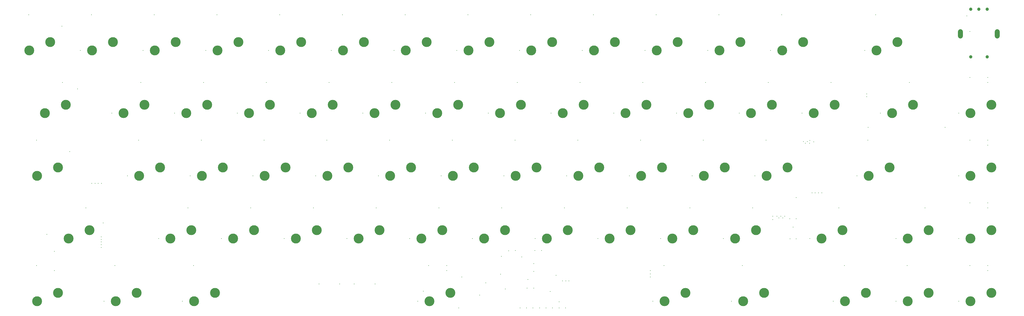
<source format=gbr>
%TF.GenerationSoftware,KiCad,Pcbnew,9.0.2*%
%TF.CreationDate,2025-06-21T23:15:30+02:00*%
%TF.ProjectId,MOD65,4d4f4436-352e-46b6-9963-61645f706362,2*%
%TF.SameCoordinates,Original*%
%TF.FileFunction,Plated,1,2,PTH,Mixed*%
%TF.FilePolarity,Positive*%
%FSLAX46Y46*%
G04 Gerber Fmt 4.6, Leading zero omitted, Abs format (unit mm)*
G04 Created by KiCad (PCBNEW 9.0.2) date 2025-06-21 23:15:30*
%MOMM*%
%LPD*%
G01*
G04 APERTURE LIST*
%TA.AperFunction,ViaDrill*%
%ADD10C,0.300000*%
%TD*%
%TA.AperFunction,ComponentDrill*%
%ADD11C,1.000000*%
%TD*%
G04 aperture for slot hole*
%TA.AperFunction,ComponentDrill*%
%ADD12C,1.500000*%
%TD*%
%TA.AperFunction,ComponentDrill*%
%ADD13C,3.000000*%
%TD*%
G04 APERTURE END LIST*
D10*
X35375000Y-32350000D03*
X37756250Y-70450000D03*
X37756250Y-108550000D03*
X40900000Y-99001473D03*
X43196282Y-104161911D03*
X43206250Y-110050000D03*
X45460000Y-35750000D03*
X45587500Y-52900000D03*
X47841250Y-73850000D03*
X50222500Y-54800000D03*
X51060000Y-43180000D03*
X52731250Y-91000000D03*
X54425000Y-32350000D03*
X54500000Y-83500000D03*
X55500000Y-83500000D03*
X56500000Y-83500000D03*
X57388750Y-99750000D03*
X57388750Y-100550003D03*
X57388750Y-101350006D03*
X57388750Y-102200000D03*
X57388750Y-103000003D03*
X57500000Y-83500000D03*
X57988750Y-95600000D03*
X58203750Y-119380000D03*
X60585000Y-62230000D03*
X61568750Y-108550000D03*
X65347500Y-81280000D03*
X68712500Y-70450000D03*
X69400000Y-52900000D03*
X70110000Y-43180000D03*
X73475000Y-32350000D03*
X74872500Y-100330000D03*
X79635000Y-62230000D03*
X82016250Y-119380000D03*
X83687500Y-91000000D03*
X84397500Y-81280000D03*
X85381250Y-108550000D03*
X87762500Y-70450000D03*
X88450000Y-52900000D03*
X89160000Y-43180000D03*
X92525000Y-32350000D03*
X93922500Y-100330000D03*
X98685000Y-62230000D03*
X102737500Y-91000000D03*
X103447500Y-81280000D03*
X106812500Y-70450000D03*
X107500000Y-52900000D03*
X108210000Y-43180000D03*
X111575000Y-32350000D03*
X112972500Y-100330000D03*
X117735000Y-62230000D03*
X121787500Y-91000000D03*
X122497500Y-81280000D03*
X123500000Y-114100000D03*
X125862500Y-70450000D03*
X126550000Y-52900000D03*
X127260000Y-43180000D03*
X129800000Y-114100000D03*
X130625000Y-32350000D03*
X132022500Y-100330000D03*
X134200000Y-114100000D03*
X136785000Y-62230000D03*
X140500000Y-114100000D03*
X140837500Y-91000000D03*
X141547500Y-81280000D03*
X144912500Y-70450000D03*
X145600000Y-52900000D03*
X146310000Y-43180000D03*
X149675000Y-32350000D03*
X151072500Y-100330000D03*
X153453750Y-119380000D03*
X155150000Y-116300000D03*
X155835000Y-62230000D03*
X156818750Y-108550000D03*
X159887500Y-91000000D03*
X160597500Y-81280000D03*
X162268750Y-108550000D03*
X162268750Y-110050000D03*
X163962500Y-70450000D03*
X164650000Y-52900000D03*
X165360000Y-43180000D03*
X165950000Y-121400000D03*
X166903750Y-111950000D03*
X168725000Y-32350000D03*
X170122500Y-100330000D03*
X172250000Y-117500000D03*
X174155000Y-113750000D03*
X174885000Y-62230000D03*
X178600000Y-111100000D03*
X178900000Y-105750000D03*
X178937500Y-91000000D03*
X179647500Y-81280000D03*
X180100000Y-115600000D03*
X181100000Y-104050000D03*
X183012500Y-70450000D03*
X183100000Y-103950000D03*
X183700000Y-52900000D03*
X184410000Y-43180000D03*
X184550000Y-121400000D03*
X185087500Y-105850000D03*
X186521427Y-121400000D03*
X186698048Y-115373239D03*
X186900000Y-112750000D03*
X187775000Y-32350000D03*
X188492854Y-121400000D03*
X188691986Y-110250000D03*
X188700000Y-107950000D03*
X188703053Y-115372363D03*
X189062500Y-103950000D03*
X189172500Y-100330000D03*
X190464281Y-121362500D03*
X191050000Y-103950000D03*
X192435708Y-121362500D03*
X193700000Y-116350000D03*
X193935000Y-62230000D03*
X194407135Y-121400000D03*
X195500000Y-111500000D03*
X196378562Y-119500000D03*
X196378562Y-121400000D03*
X197469821Y-113150000D03*
X197987500Y-91000000D03*
X198349989Y-121400000D03*
X198409910Y-113150000D03*
X198697500Y-81280000D03*
X199350000Y-113150000D03*
X202062500Y-70450000D03*
X202750000Y-52900000D03*
X203460000Y-43180000D03*
X206825000Y-32350000D03*
X208222500Y-100330000D03*
X212985000Y-62230000D03*
X217037500Y-91000000D03*
X217747500Y-81280000D03*
X221112500Y-70450000D03*
X221800000Y-52900000D03*
X222510000Y-43180000D03*
X224076250Y-110050000D03*
X224076250Y-111077723D03*
X224076250Y-111950000D03*
X224891250Y-119380000D03*
X225875000Y-32350000D03*
X227272500Y-100330000D03*
X228256250Y-108550000D03*
X232035000Y-62230000D03*
X236087500Y-91000000D03*
X236797500Y-81280000D03*
X240162500Y-70450000D03*
X240850000Y-52900000D03*
X241560000Y-43180000D03*
X244925000Y-32350000D03*
X246322500Y-100330000D03*
X248703750Y-119380000D03*
X251085000Y-62230000D03*
X252068750Y-108550000D03*
X255137500Y-91000000D03*
X255847500Y-81280000D03*
X259212500Y-70450000D03*
X259900000Y-52900000D03*
X260610000Y-43180000D03*
X261300000Y-93500000D03*
X261300000Y-94500000D03*
X262500000Y-93500000D03*
X263100000Y-94029154D03*
X263700000Y-93500000D03*
X263975000Y-32350000D03*
X264304553Y-94023946D03*
X264909103Y-93500000D03*
X266450000Y-94300000D03*
X266490000Y-100400000D03*
X267437500Y-96812500D03*
X268350000Y-87850000D03*
X268350000Y-94300000D03*
X268390000Y-100400000D03*
X270135000Y-62230000D03*
X270560477Y-70813136D03*
X271160477Y-71350000D03*
X271804501Y-70875412D03*
X272448527Y-71350000D03*
X272516250Y-100330000D03*
X272550000Y-70495415D03*
X273175000Y-86400000D03*
X273746826Y-70950000D03*
X274175000Y-86400000D03*
X275175000Y-86400000D03*
X276175000Y-86400000D03*
X278950000Y-52900000D03*
X279660000Y-119380000D03*
X281331250Y-91000000D03*
X283025000Y-108550000D03*
X286803750Y-81280000D03*
X289185000Y-43180000D03*
X289785000Y-56371473D03*
X289785515Y-57219485D03*
X290168750Y-70450000D03*
X290200000Y-66500000D03*
X292550000Y-32350000D03*
X293947500Y-62230000D03*
X298710000Y-100330000D03*
X298710000Y-119380000D03*
X302075000Y-108550000D03*
X302762500Y-52900000D03*
X307525000Y-91000000D03*
X313550000Y-66500000D03*
X317760000Y-62230000D03*
X317760000Y-81280000D03*
X317760000Y-100330000D03*
X317760000Y-119380000D03*
X320174265Y-32624265D03*
X321112500Y-89487500D03*
X321125000Y-37350000D03*
X321125000Y-51400000D03*
X321125000Y-70450000D03*
X321125000Y-108550000D03*
X326575000Y-51400000D03*
X326575000Y-52900000D03*
X326575000Y-70450000D03*
X326575000Y-71950000D03*
X326575000Y-89500000D03*
X326575000Y-91000000D03*
X326575000Y-108550000D03*
X326575000Y-110050000D03*
D11*
%TO.C,SW15*%
X321350000Y-30600000D03*
X321350000Y-45100000D03*
X323850000Y-30600000D03*
X326350000Y-30600000D03*
X326350000Y-45100000D03*
D12*
X318250000Y-38750000D02*
X318250000Y-37450000D01*
X329450000Y-38750000D02*
X329450000Y-37450000D01*
D13*
%TO.C,SW1*%
X35560000Y-43180000D03*
%TO.C,SW31*%
X37941250Y-81280000D03*
%TO.C,SW59*%
X37941250Y-119380000D03*
%TO.C,SW16*%
X40322500Y-62230000D03*
%TO.C,SW1*%
X41910000Y-40640000D03*
%TO.C,SW31*%
X44291250Y-78740000D03*
%TO.C,SW59*%
X44291250Y-116840000D03*
%TO.C,SW16*%
X46672500Y-59690000D03*
%TO.C,SW45*%
X47466250Y-100330000D03*
X53816250Y-97790000D03*
%TO.C,SW2*%
X54610000Y-43180000D03*
X60960000Y-40640000D03*
%TO.C,SW60*%
X61753750Y-119380000D03*
%TO.C,SW17*%
X64135000Y-62230000D03*
%TO.C,SW60*%
X68103750Y-116840000D03*
%TO.C,SW32*%
X68897500Y-81280000D03*
%TO.C,SW17*%
X70485000Y-59690000D03*
%TO.C,SW3*%
X73660000Y-43180000D03*
%TO.C,SW32*%
X75247500Y-78740000D03*
%TO.C,SW46*%
X78422500Y-100330000D03*
%TO.C,SW3*%
X80010000Y-40640000D03*
%TO.C,SW18*%
X83185000Y-62230000D03*
%TO.C,SW46*%
X84772500Y-97790000D03*
%TO.C,SW61*%
X85566250Y-119380000D03*
%TO.C,SW33*%
X87947500Y-81280000D03*
%TO.C,SW18*%
X89535000Y-59690000D03*
%TO.C,SW61*%
X91916250Y-116840000D03*
%TO.C,SW4*%
X92710000Y-43180000D03*
%TO.C,SW33*%
X94297500Y-78740000D03*
%TO.C,SW47*%
X97472500Y-100330000D03*
%TO.C,SW4*%
X99060000Y-40640000D03*
%TO.C,SW19*%
X102235000Y-62230000D03*
%TO.C,SW47*%
X103822500Y-97790000D03*
%TO.C,SW34*%
X106997500Y-81280000D03*
%TO.C,SW19*%
X108585000Y-59690000D03*
%TO.C,SW5*%
X111760000Y-43180000D03*
%TO.C,SW34*%
X113347500Y-78740000D03*
%TO.C,SW48*%
X116522500Y-100330000D03*
%TO.C,SW5*%
X118110000Y-40640000D03*
%TO.C,SW20*%
X121285000Y-62230000D03*
%TO.C,SW48*%
X122872500Y-97790000D03*
%TO.C,SW35*%
X126047500Y-81280000D03*
%TO.C,SW20*%
X127635000Y-59690000D03*
%TO.C,SW6*%
X130810000Y-43180000D03*
%TO.C,SW35*%
X132397500Y-78740000D03*
%TO.C,SW49*%
X135572500Y-100330000D03*
%TO.C,SW6*%
X137160000Y-40640000D03*
%TO.C,SW21*%
X140335000Y-62230000D03*
%TO.C,SW49*%
X141922500Y-97790000D03*
%TO.C,SW36*%
X145097500Y-81280000D03*
%TO.C,SW21*%
X146685000Y-59690000D03*
%TO.C,SW7*%
X149860000Y-43180000D03*
%TO.C,SW36*%
X151447500Y-78740000D03*
%TO.C,SW50*%
X154622500Y-100330000D03*
%TO.C,SW7*%
X156210000Y-40640000D03*
%TO.C,SW62*%
X157003750Y-119380000D03*
%TO.C,SW22*%
X159385000Y-62230000D03*
%TO.C,SW50*%
X160972500Y-97790000D03*
%TO.C,SW62*%
X163353750Y-116840000D03*
%TO.C,SW37*%
X164147500Y-81280000D03*
%TO.C,SW22*%
X165735000Y-59690000D03*
%TO.C,SW8*%
X168910000Y-43180000D03*
%TO.C,SW37*%
X170497500Y-78740000D03*
%TO.C,SW51*%
X173672500Y-100330000D03*
%TO.C,SW8*%
X175260000Y-40640000D03*
%TO.C,SW23*%
X178435000Y-62230000D03*
%TO.C,SW51*%
X180022500Y-97790000D03*
%TO.C,SW38*%
X183197500Y-81280000D03*
%TO.C,SW23*%
X184785000Y-59690000D03*
%TO.C,SW9*%
X187960000Y-43180000D03*
%TO.C,SW38*%
X189547500Y-78740000D03*
%TO.C,SW52*%
X192722500Y-100330000D03*
%TO.C,SW9*%
X194310000Y-40640000D03*
%TO.C,SW24*%
X197485000Y-62230000D03*
%TO.C,SW52*%
X199072500Y-97790000D03*
%TO.C,SW39*%
X202247500Y-81280000D03*
%TO.C,SW24*%
X203835000Y-59690000D03*
%TO.C,SW10*%
X207010000Y-43180000D03*
%TO.C,SW39*%
X208597500Y-78740000D03*
%TO.C,SW53*%
X211772500Y-100330000D03*
%TO.C,SW10*%
X213360000Y-40640000D03*
%TO.C,SW25*%
X216535000Y-62230000D03*
%TO.C,SW53*%
X218122500Y-97790000D03*
%TO.C,SW40*%
X221297500Y-81280000D03*
%TO.C,SW25*%
X222885000Y-59690000D03*
%TO.C,SW11*%
X226060000Y-43180000D03*
%TO.C,SW40*%
X227647500Y-78740000D03*
%TO.C,SW63*%
X228441250Y-119380000D03*
%TO.C,SW54*%
X230822500Y-100330000D03*
%TO.C,SW11*%
X232410000Y-40640000D03*
%TO.C,SW63*%
X234791250Y-116840000D03*
%TO.C,SW26*%
X235585000Y-62230000D03*
%TO.C,SW54*%
X237172500Y-97790000D03*
%TO.C,SW41*%
X240347500Y-81280000D03*
%TO.C,SW26*%
X241935000Y-59690000D03*
%TO.C,SW12*%
X245110000Y-43180000D03*
%TO.C,SW41*%
X246697500Y-78740000D03*
%TO.C,SW55*%
X249872500Y-100330000D03*
%TO.C,SW12*%
X251460000Y-40640000D03*
%TO.C,SW64*%
X252253750Y-119380000D03*
%TO.C,SW27*%
X254635000Y-62230000D03*
%TO.C,SW55*%
X256222500Y-97790000D03*
%TO.C,SW64*%
X258603750Y-116840000D03*
%TO.C,SW42*%
X259397500Y-81280000D03*
%TO.C,SW27*%
X260985000Y-59690000D03*
%TO.C,SW13*%
X264160000Y-43180000D03*
%TO.C,SW42*%
X265747500Y-78740000D03*
%TO.C,SW13*%
X270510000Y-40640000D03*
%TO.C,SW28*%
X273685000Y-62230000D03*
%TO.C,SW56*%
X276066250Y-100330000D03*
%TO.C,SW28*%
X280035000Y-59690000D03*
%TO.C,SW56*%
X282416250Y-97790000D03*
%TO.C,SW65*%
X283210000Y-119380000D03*
X289560000Y-116840000D03*
%TO.C,SW43*%
X290353750Y-81280000D03*
%TO.C,SW14*%
X292735000Y-43180000D03*
%TO.C,SW43*%
X296703750Y-78740000D03*
%TO.C,SW29*%
X297497500Y-62230000D03*
%TO.C,SW14*%
X299085000Y-40640000D03*
%TO.C,SW57*%
X302260000Y-100330000D03*
%TO.C,SW66*%
X302260000Y-119380000D03*
%TO.C,SW29*%
X303847500Y-59690000D03*
%TO.C,SW57*%
X308610000Y-97790000D03*
%TO.C,SW66*%
X308610000Y-116840000D03*
%TO.C,SW30*%
X321310000Y-62230000D03*
%TO.C,SW44*%
X321310000Y-81280000D03*
%TO.C,SW58*%
X321310000Y-100330000D03*
%TO.C,SW67*%
X321310000Y-119380000D03*
%TO.C,SW30*%
X327660000Y-59690000D03*
%TO.C,SW44*%
X327660000Y-78740000D03*
%TO.C,SW58*%
X327660000Y-97790000D03*
%TO.C,SW67*%
X327660000Y-116840000D03*
M02*

</source>
